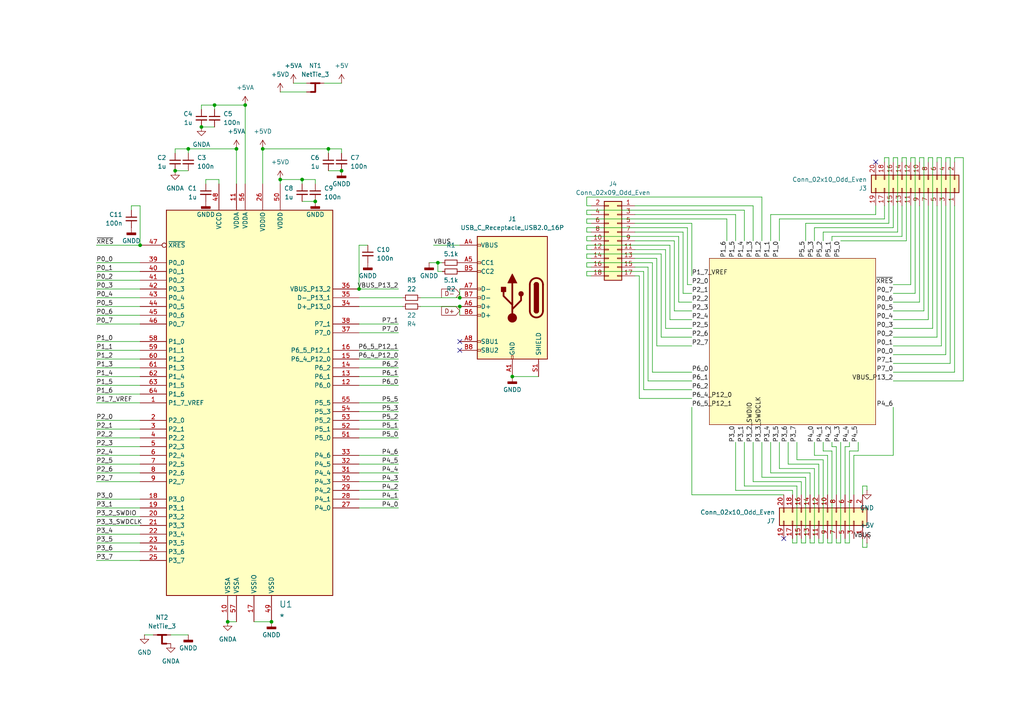
<source format=kicad_sch>
(kicad_sch (version 20231120) (generator "eeschema") (generator_version "8.0")
  (paper "A4")
  (lib_symbols
    (symbol "CY8C4248AZI-L475:CY8C4248AZI-L475"
      (property "Reference" "U" (at 56.388 0 0))
      (property "Value" "*" (at 56.388 -2.54 0))
      (symbol "CY8C4248AZI-L475_1_0"
        (pin bidirectional line (at -7.62 -55.88 0) (length 7.62) (name "P1_7_VREF") (number "1"))
        (pin power_in line (at 17.78 -119.38 90) (length 7.62) (name "VSSA") (number "10"))
        (pin power_in line (at 20.32 7.62 270) (length 7.62) (name "VDDA") (number "11"))
        (pin bidirectional line (at 55.88 -50.8 180) (length 7.62) (name "P6_0") (number "12"))
        (pin bidirectional line (at 55.88 -48.26 180) (length 7.62) (name "P6_1") (number "13"))
        (pin bidirectional line (at 55.88 -45.72 180) (length 7.62) (name "P6_2") (number "14"))
        (pin bidirectional line (at 55.88 -43.18 180) (length 7.62) (name "P6_4_P12_0") (number "15"))
        (pin bidirectional line (at 55.88 -40.64 180) (length 7.62) (name "P6_5_P12_1") (number "16"))
        (pin power_in line (at 25.4 -119.38 90) (length 7.62) (name "VSSIO") (number "17"))
        (pin bidirectional line (at -7.62 -83.82 0) (length 7.62) (name "P3_0") (number "18"))
        (pin bidirectional line (at -7.62 -86.36 0) (length 7.62) (name "P3_1") (number "19"))
        (pin bidirectional line (at -7.62 -60.96 0) (length 7.62) (name "P2_0") (number "2"))
        (pin bidirectional line (at -7.62 -88.9 0) (length 7.62) (name "P3_2") (number "20"))
        (pin bidirectional line (at -7.62 -91.44 0) (length 7.62) (name "P3_3") (number "21"))
        (pin bidirectional line (at -7.62 -93.98 0) (length 7.62) (name "P3_4") (number "22"))
        (pin bidirectional line (at -7.62 -96.52 0) (length 7.62) (name "P3_5") (number "23"))
        (pin bidirectional line (at -7.62 -99.06 0) (length 7.62) (name "P3_6") (number "24"))
        (pin bidirectional line (at -7.62 -101.6 0) (length 7.62) (name "P3_7") (number "25"))
        (pin power_in line (at 27.94 7.62 270) (length 7.62) (name "VDDIO") (number "26"))
        (pin bidirectional line (at 55.88 -86.36 180) (length 7.62) (name "P4_0") (number "27"))
        (pin bidirectional line (at 55.88 -83.82 180) (length 7.62) (name "P4_1") (number "28"))
        (pin bidirectional line (at 55.88 -81.28 180) (length 7.62) (name "P4_2") (number "29"))
        (pin bidirectional line (at -7.62 -63.5 0) (length 7.62) (name "P2_1") (number "3"))
        (pin bidirectional line (at 55.88 -78.74 180) (length 7.62) (name "P4_3") (number "30"))
        (pin bidirectional line (at 55.88 -76.2 180) (length 7.62) (name "P4_4") (number "31"))
        (pin bidirectional line (at 55.88 -73.66 180) (length 7.62) (name "P4_5") (number "32"))
        (pin bidirectional line (at 55.88 -71.12 180) (length 7.62) (name "P4_6") (number "33"))
        (pin bidirectional line (at 55.88 -27.94 180) (length 7.62) (name "D+_P13_0") (number "34"))
        (pin bidirectional line (at 55.88 -25.4 180) (length 7.62) (name "D-_P13_1") (number "35"))
        (pin bidirectional line (at 55.88 -22.86 180) (length 7.62) (name "VBUS_P13_2") (number "36"))
        (pin bidirectional line (at 55.88 -35.56 180) (length 7.62) (name "P7_0") (number "37"))
        (pin bidirectional line (at 55.88 -33.02 180) (length 7.62) (name "P7_1") (number "38"))
        (pin bidirectional line (at -7.62 -15.24 0) (length 7.62) (name "P0_0") (number "39"))
        (pin bidirectional line (at -7.62 -66.04 0) (length 7.62) (name "P2_2") (number "4"))
        (pin bidirectional line (at -7.62 -17.78 0) (length 7.62) (name "P0_1") (number "40"))
        (pin bidirectional line (at -7.62 -20.32 0) (length 7.62) (name "P0_2") (number "41"))
        (pin bidirectional line (at -7.62 -22.86 0) (length 7.62) (name "P0_3") (number "42"))
        (pin bidirectional line (at -7.62 -25.4 0) (length 7.62) (name "P0_4") (number "43"))
        (pin bidirectional line (at -7.62 -27.94 0) (length 7.62) (name "P0_5") (number "44"))
        (pin bidirectional line (at -7.62 -30.48 0) (length 7.62) (name "P0_6") (number "45"))
        (pin bidirectional line (at -7.62 -33.02 0) (length 7.62) (name "P0_7") (number "46"))
        (pin input inverted (at -7.62 -10.16 0) (length 7.62) (name "~{XRES}") (number "47"))
        (pin power_in line (at 15.24 7.62 270) (length 7.62) (name "VCCD") (number "48"))
        (pin power_in line (at 30.48 -119.38 90) (length 7.62) (name "VSSD") (number "49"))
        (pin bidirectional line (at -7.62 -68.58 0) (length 7.62) (name "P2_3") (number "5"))
        (pin power_in line (at 33.02 7.62 270) (length 7.62) (name "VDDD") (number "50"))
        (pin bidirectional line (at 55.88 -66.04 180) (length 7.62) (name "P5_0") (number "51"))
        (pin bidirectional line (at 55.88 -63.5 180) (length 7.62) (name "P5_1") (number "52"))
        (pin bidirectional line (at 55.88 -60.96 180) (length 7.62) (name "P5_2") (number "53"))
        (pin bidirectional line (at 55.88 -58.42 180) (length 7.62) (name "P5_3") (number "54"))
        (pin bidirectional line (at 55.88 -55.88 180) (length 7.62) (name "P5_5") (number "55"))
        (pin power_in line (at 22.86 7.62 270) (length 7.62) (name "VDDA") (number "56"))
        (pin power_in line (at 20.32 -119.38 90) (length 7.62) (name "VSSA") (number "57"))
        (pin bidirectional line (at -7.62 -38.1 0) (length 7.62) (name "P1_0") (number "58"))
        (pin bidirectional line (at -7.62 -40.64 0) (length 7.62) (name "P1_1") (number "59"))
        (pin bidirectional line (at -7.62 -71.12 0) (length 7.62) (name "P2_4") (number "6"))
        (pin bidirectional line (at -7.62 -43.18 0) (length 7.62) (name "P1_2") (number "60"))
        (pin bidirectional line (at -7.62 -45.72 0) (length 7.62) (name "P1_3") (number "61"))
        (pin bidirectional line (at -7.62 -48.26 0) (length 7.62) (name "P1_4") (number "62"))
        (pin bidirectional line (at -7.62 -50.8 0) (length 7.62) (name "P1_5") (number "63"))
        (pin bidirectional line (at -7.62 -53.34 0) (length 7.62) (name "P1_6") (number "64"))
        (pin bidirectional line (at -7.62 -73.66 0) (length 7.62) (name "P2_5") (number "7"))
        (pin bidirectional line (at -7.62 -76.2 0) (length 7.62) (name "P2_6") (number "8"))
        (pin bidirectional line (at -7.62 -78.74 0) (length 7.62) (name "P2_7") (number "9"))
      )
    )
    (symbol "Connector:USB_C_Receptacle_USB2.0_16P" (pin_names (offset 1.016))
      (property "Reference" "J" (at 0 22.225 0))
      (property "Value" "USB_C_Receptacle_USB2.0_16P" (at 0 19.685 0))
      (symbol "USB_C_Receptacle_USB2.0_16P_1_1"
        (pin passive line (at 0 -22.86 90) (length 5.08) (name "GND") (number "A1"))
        (pin passive line (at 0 -22.86 90) (length 5.08) hide (name "GND") (number "A12"))
        (pin passive line (at 15.24 15.24 180) (length 5.08) (name "VBUS") (number "A4"))
        (pin bidirectional line (at 15.24 10.16 180) (length 5.08) (name "CC1") (number "A5"))
        (pin bidirectional line (at 15.24 -2.54 180) (length 5.08) (name "D+") (number "A6"))
        (pin bidirectional line (at 15.24 2.54 180) (length 5.08) (name "D-") (number "A7"))
        (pin bidirectional line (at 15.24 -12.7 180) (length 5.08) (name "SBU1") (number "A8"))
        (pin passive line (at 15.24 15.24 180) (length 5.08) hide (name "VBUS") (number "A9"))
        (pin passive line (at 0 -22.86 90) (length 5.08) hide (name "GND") (number "B1"))
        (pin passive line (at 0 -22.86 90) (length 5.08) hide (name "GND") (number "B12"))
        (pin passive line (at 15.24 15.24 180) (length 5.08) hide (name "VBUS") (number "B4"))
        (pin bidirectional line (at 15.24 7.62 180) (length 5.08) (name "CC2") (number "B5"))
        (pin bidirectional line (at 15.24 -5.08 180) (length 5.08) (name "D+") (number "B6"))
        (pin bidirectional line (at 15.24 0 180) (length 5.08) (name "D-") (number "B7"))
        (pin bidirectional line (at 15.24 -15.24 180) (length 5.08) (name "SBU2") (number "B8"))
        (pin passive line (at 15.24 15.24 180) (length 5.08) hide (name "VBUS") (number "B9"))
        (pin passive line (at -7.62 -22.86 90) (length 5.08) (name "SHIELD") (number "S1"))
      )
    )
    (symbol "Connector_Generic:Conn_02x09_Odd_Even" (pin_names (offset 1.016) hide)
      (property "Reference" "J" (at 1.27 12.7 0))
      (property "Value" "Conn_02x09_Odd_Even" (at 1.27 -12.7 0))
      (symbol "Conn_02x09_Odd_Even_1_1"
        (pin passive line (at -5.08 10.16 0) (length 3.81) (name "Pin_1") (number "1"))
        (pin passive line (at 7.62 0 180) (length 3.81) (name "Pin_10") (number "10"))
        (pin passive line (at -5.08 -2.54 0) (length 3.81) (name "Pin_11") (number "11"))
        (pin passive line (at 7.62 -2.54 180) (length 3.81) (name "Pin_12") (number "12"))
        (pin passive line (at -5.08 -5.08 0) (length 3.81) (name "Pin_13") (number "13"))
        (pin passive line (at 7.62 -5.08 180) (length 3.81) (name "Pin_14") (number "14"))
        (pin passive line (at -5.08 -7.62 0) (length 3.81) (name "Pin_15") (number "15"))
        (pin passive line (at 7.62 -7.62 180) (length 3.81) (name "Pin_16") (number "16"))
        (pin passive line (at -5.08 -10.16 0) (length 3.81) (name "Pin_17") (number "17"))
        (pin passive line (at 7.62 -10.16 180) (length 3.81) (name "Pin_18") (number "18"))
        (pin passive line (at 7.62 10.16 180) (length 3.81) (name "Pin_2") (number "2"))
        (pin passive line (at -5.08 7.62 0) (length 3.81) (name "Pin_3") (number "3"))
        (pin passive line (at 7.62 7.62 180) (length 3.81) (name "Pin_4") (number "4"))
        (pin passive line (at -5.08 5.08 0) (length 3.81) (name "Pin_5") (number "5"))
        (pin passive line (at 7.62 5.08 180) (length 3.81) (name "Pin_6") (number "6"))
        (pin passive line (at -5.08 2.54 0) (length 3.81) (name "Pin_7") (number "7"))
        (pin passive line (at 7.62 2.54 180) (length 3.81) (name "Pin_8") (number "8"))
        (pin passive line (at -5.08 0 0) (length 3.81) (name "Pin_9") (number "9"))
      )
    )
    (symbol "Connector_Generic:Conn_02x10_Odd_Even" (pin_names (offset 1.016) hide)
      (property "Reference" "J" (at 1.27 12.7 0))
      (property "Value" "Conn_02x10_Odd_Even" (at 1.27 -15.24 0))
      (symbol "Conn_02x10_Odd_Even_1_1"
        (pin passive line (at -5.08 10.16 0) (length 3.81) (name "Pin_1") (number "1"))
        (pin passive line (at 7.62 0 180) (length 3.81) (name "Pin_10") (number "10"))
        (pin passive line (at -5.08 -2.54 0) (length 3.81) (name "Pin_11") (number "11"))
        (pin passive line (at 7.62 -2.54 180) (length 3.81) (name "Pin_12") (number "12"))
        (pin passive line (at -5.08 -5.08 0) (length 3.81) (name "Pin_13") (number "13"))
        (pin passive line (at 7.62 -5.08 180) (length 3.81) (name "Pin_14") (number "14"))
        (pin passive line (at -5.08 -7.62 0) (length 3.81) (name "Pin_15") (number "15"))
        (pin passive line (at 7.62 -7.62 180) (length 3.81) (name "Pin_16") (number "16"))
        (pin passive line (at -5.08 -10.16 0) (length 3.81) (name "Pin_17") (number "17"))
        (pin passive line (at 7.62 -10.16 180) (length 3.81) (name "Pin_18") (number "18"))
        (pin passive line (at -5.08 -12.7 0) (length 3.81) (name "Pin_19") (number "19"))
        (pin passive line (at 7.62 10.16 180) (length 3.81) (name "Pin_2") (number "2"))
        (pin passive line (at 7.62 -12.7 180) (length 3.81) (name "Pin_20") (number "20"))
        (pin passive line (at -5.08 7.62 0) (length 3.81) (name "Pin_3") (number "3"))
        (pin passive line (at 7.62 7.62 180) (length 3.81) (name "Pin_4") (number "4"))
        (pin passive line (at -5.08 5.08 0) (length 3.81) (name "Pin_5") (number "5"))
        (pin passive line (at 7.62 5.08 180) (length 3.81) (name "Pin_6") (number "6"))
        (pin passive line (at -5.08 2.54 0) (length 3.81) (name "Pin_7") (number "7"))
        (pin passive line (at 7.62 2.54 180) (length 3.81) (name "Pin_8") (number "8"))
        (pin passive line (at -5.08 0 0) (length 3.81) (name "Pin_9") (number "9"))
      )
    )
    (symbol "Device:C_Small" (pin_numbers hide) (pin_names (offset 0.254) hide)
      (property "Reference" "C" (at 0.254 1.778 0))
      (property "Value" "C_Small" (at 0.254 -2.032 0))
      (symbol "C_Small_1_1"
        (pin passive line (at 0 2.54 270) (length 2.032) (name "~") (number "1"))
        (pin passive line (at 0 -2.54 90) (length 2.032) (name "~") (number "2"))
      )
    )
    (symbol "Device:NetTie_3" (pin_numbers hide) (pin_names (offset 0) hide) (in_bom no)
      (property "Reference" "NT" (at 0 1.27 0))
      (property "Value" "NetTie_3" (at 0 -3.81 0))
      (symbol "NetTie_3_1_1"
        (pin passive line (at -2.54 0 0) (length 2.54) (name "1") (number "1"))
        (pin passive line (at 2.54 0 180) (length 2.54) (name "2") (number "2"))
        (pin passive line (at -2.54 -2.54 0) (length 2.54) (name "3") (number "3"))
      )
    )
    (symbol "Device:R_Small" (pin_numbers hide) (pin_names (offset 0.254) hide)
      (property "Reference" "R" (at 0.762 0.508 0))
      (property "Value" "R_Small" (at 0.762 -1.016 0))
      (symbol "R_Small_1_1"
        (pin passive line (at 0 2.54 270) (length 0.762) (name "~") (number "1"))
        (pin passive line (at 0 -2.54 90) (length 0.762) (name "~") (number "2"))
      )
    )
    (symbol "power:+5V" (power) (pin_numbers hide) (pin_names (offset 0) hide)
      (property "Value" "+5V" (at 0 3.556 0))
      (symbol "+5V_1_1"
        (pin power_in line (at 0 0 90) (length 0) (name "~") (number "1"))
      )
    )
    (symbol "power:+5VA" (power) (pin_numbers hide) (pin_names (offset 0) hide)
      (property "Value" "+5VA" (at 0 3.556 0))
      (symbol "+5VA_1_1"
        (pin power_in line (at 0 0 90) (length 0) (name "~") (number "1"))
      )
    )
    (symbol "power:+5VD" (power) (pin_numbers hide) (pin_names (offset 0) hide)
      (property "Value" "+5VD" (at 0 3.556 0))
      (symbol "+5VD_1_1"
        (pin power_in line (at 0 0 90) (length 0) (name "~") (number "1"))
      )
    )
    (symbol "power:GND" (power) (pin_numbers hide) (pin_names (offset 0) hide)
      (property "Value" "GND" (at 0 -3.81 0))
      (symbol "GND_1_1"
        (pin power_in line (at 0 0 270) (length 0) (name "~") (number "1"))
      )
    )
    (symbol "power:GNDA" (power) (pin_numbers hide) (pin_names (offset 0) hide)
      (property "Value" "GNDA" (at 0 -3.81 0))
      (symbol "GNDA_1_1"
        (pin power_in line (at 0 0 270) (length 0) (name "~") (number "1"))
      )
    )
    (symbol "power:GNDD" (power) (pin_numbers hide) (pin_names (offset 0) hide)
      (property "Value" "GNDD" (at 0 -3.175 0))
      (symbol "GNDD_1_1"
        (pin power_in line (at 0 0 270) (length 0) (name "~") (number "1"))
      )
    )
  )
  (junction (at 99.06 49.53))
  (junction (at 71.12 30.48))
  (junction (at 66.04 180.34))
  (junction (at 81.28 52.07))
  (junction (at 40.64 71.12))
  (junction (at 62.23 30.48))
  (junction (at 87.63 52.07))
  (junction (at 68.58 43.18))
  (junction (at 78.74 180.34))
  (junction (at 148.59 109.22))
  (junction (at 133.35 88.9))
  (junction (at 127 76.2))
  (junction (at 54.61 43.18))
  (junction (at 95.25 43.18))
  (junction (at 58.42 36.83))
  (junction (at 104.14 83.82))
  (junction (at 50.8 49.53))
  (junction (at 133.35 86.36))
  (junction (at 91.44 58.42))
  (junction (at 76.2 43.18))
  (no_connect (at 133.35 99.06))
  (no_connect (at 133.35 101.6))
  (no_connect (at 227.33 156.21))
  (no_connect (at 254 46.99))
  (wire (pts (xy 215.9 128.27) (xy 215.9 140.97)))
  (wire (pts (xy 62.23 30.48) (xy 71.12 30.48)))
  (wire (pts (xy 81.28 26.67) (xy 88.9 26.67)))
  (wire (pts (xy 104.14 124.46) (xy 115.57 124.46)))
  (wire (pts (xy 218.44 128.27) (xy 218.44 139.7)))
  (wire (pts (xy 99.06 43.18) (xy 99.06 44.45)))
  (wire (pts (xy 251.46 140.97) (xy 250.19 140.97)))
  (wire (pts (xy 27.94 93.98) (xy 40.64 93.98)))
  (wire (pts (xy 104.14 96.52) (xy 115.57 96.52)))
  (wire (pts (xy 54.61 43.18) (xy 68.58 43.18)))
  (wire (pts (xy 66.04 180.34) (xy 68.58 180.34)))
  (wire (pts (xy 226.06 63.5) (xy 256.54 63.5)))
  (wire (pts (xy 259.08 66.04) (xy 259.08 59.69)))
  (wire (pts (xy 71.12 30.48) (xy 71.12 53.34)))
  (wire (pts (xy 27.94 147.32) (xy 40.64 147.32)))
  (wire (pts (xy 27.94 157.48) (xy 40.64 157.48)))
  (wire (pts (xy 247.65 132.08) (xy 259.08 132.08)))
  (wire (pts (xy 170.18 76.2) (xy 170.18 77.47)))
  (wire (pts (xy 236.22 66.04) (xy 259.08 66.04)))
  (wire (pts (xy 241.3 128.27) (xy 241.3 129.54)))
  (wire (pts (xy 259.08 82.55) (xy 264.16 82.55)))
  (wire (pts (xy 104.14 83.82) (xy 115.57 83.82)))
  (wire (pts (xy 196.85 68.58) (xy 170.18 68.58)))
  (wire (pts (xy 200.66 95.25) (xy 193.04 95.25)))
  (wire (pts (xy 215.9 69.85) (xy 215.9 60.96)))
  (wire (pts (xy 246.38 157.48) (xy 245.11 157.48)))
  (wire (pts (xy 124.46 76.2) (xy 127 76.2)))
  (wire (pts (xy 49.53 184.15) (xy 54.61 184.15)))
  (wire (pts (xy 170.18 80.01) (xy 171.45 80.01)))
  (wire (pts (xy 63.5 53.34) (xy 63.5 52.07)))
  (wire (pts (xy 170.18 68.58) (xy 170.18 69.85)))
  (wire (pts (xy 251.46 142.24) (xy 251.46 140.97)))
  (wire (pts (xy 237.49 156.21) (xy 237.49 157.48)))
  (wire (pts (xy 104.14 139.7) (xy 115.57 139.7)))
  (wire (pts (xy 241.3 157.48) (xy 240.03 157.48)))
  (wire (pts (xy 104.14 88.9) (xy 116.84 88.9)))
  (wire (pts (xy 191.77 97.79) (xy 191.77 73.66)))
  (wire (pts (xy 238.76 130.81) (xy 241.3 130.81)))
  (wire (pts (xy 200.66 90.17) (xy 195.58 90.17)))
  (wire (pts (xy 27.94 104.14) (xy 40.64 104.14)))
  (wire (pts (xy 76.2 43.18) (xy 76.2 53.34)))
  (wire (pts (xy 27.94 124.46) (xy 40.64 124.46)))
  (wire (pts (xy 226.06 128.27) (xy 226.06 135.89)))
  (wire (pts (xy 273.05 45.72) (xy 271.78 45.72)))
  (wire (pts (xy 200.66 115.57) (xy 185.42 115.57)))
  (wire (pts (xy 237.49 134.62) (xy 237.49 143.51)))
  (wire (pts (xy 264.16 82.55) (xy 264.16 59.69)))
  (wire (pts (xy 223.52 128.27) (xy 223.52 137.16)))
  (wire (pts (xy 198.12 67.31) (xy 184.15 67.31)))
  (wire (pts (xy 269.24 59.69) (xy 269.24 92.71)))
  (wire (pts (xy 246.38 130.81) (xy 246.38 157.48)))
  (wire (pts (xy 231.14 128.27) (xy 231.14 133.35)))
  (wire (pts (xy 246.38 129.54) (xy 245.11 129.54)))
  (wire (pts (xy 232.41 139.7) (xy 232.41 143.51)))
  (wire (pts (xy 259.08 107.95) (xy 276.86 107.95)))
  (wire (pts (xy 27.94 160.02) (xy 40.64 160.02)))
  (wire (pts (xy 27.94 109.22) (xy 40.64 109.22)))
  (wire (pts (xy 170.18 77.47) (xy 171.45 77.47)))
  (wire (pts (xy 267.97 45.72) (xy 266.7 45.72)))
  (wire (pts (xy 238.76 128.27) (xy 238.76 130.81)))
  (wire (pts (xy 238.76 157.48) (xy 237.49 157.48)))
  (wire (pts (xy 27.94 81.28) (xy 40.64 81.28)))
  (wire (pts (xy 199.39 66.04) (xy 170.18 66.04)))
  (wire (pts (xy 195.58 90.17) (xy 195.58 69.85)))
  (wire (pts (xy 266.7 45.72) (xy 266.7 46.99)))
  (wire (pts (xy 213.36 62.23) (xy 184.15 62.23)))
  (wire (pts (xy 185.42 80.01) (xy 184.15 80.01)))
  (wire (pts (xy 200.66 100.33) (xy 190.5 100.33)))
  (wire (pts (xy 106.68 71.12) (xy 104.14 71.12)))
  (wire (pts (xy 104.14 132.08) (xy 115.57 132.08)))
  (wire (pts (xy 189.23 107.95) (xy 189.23 76.2)))
  (wire (pts (xy 104.14 86.36) (xy 116.84 86.36)))
  (wire (pts (xy 233.68 157.48) (xy 232.41 157.48)))
  (wire (pts (xy 251.46 157.48) (xy 251.46 158.75)))
  (wire (pts (xy 170.18 60.96) (xy 170.18 62.23)))
  (wire (pts (xy 259.08 97.79) (xy 271.78 97.79)))
  (wire (pts (xy 267.97 90.17) (xy 267.97 45.72)))
  (wire (pts (xy 104.14 93.98) (xy 115.57 93.98)))
  (wire (pts (xy 234.95 137.16) (xy 234.95 143.51)))
  (wire (pts (xy 275.59 45.72) (xy 274.32 45.72)))
  (wire (pts (xy 38.1 59.69) (xy 38.1 60.96)))
  (wire (pts (xy 95.25 43.18) (xy 95.25 44.45)))
  (wire (pts (xy 200.66 97.79) (xy 191.77 97.79)))
  (wire (pts (xy 200.66 92.71) (xy 194.31 92.71)))
  (wire (pts (xy 91.44 52.07) (xy 91.44 53.34)))
  (wire (pts (xy 223.52 137.16) (xy 234.95 137.16)))
  (wire (pts (xy 27.94 154.94) (xy 40.64 154.94)))
  (wire (pts (xy 248.92 128.27) (xy 248.92 130.81)))
  (wire (pts (xy 27.94 71.12) (xy 40.64 71.12)))
  (wire (pts (xy 59.69 52.07) (xy 59.69 53.34)))
  (wire (pts (xy 104.14 127) (xy 115.57 127)))
  (wire (pts (xy 104.14 134.62) (xy 115.57 134.62)))
  (wire (pts (xy 200.66 64.77) (xy 184.15 64.77)))
  (wire (pts (xy 187.96 110.49) (xy 187.96 77.47)))
  (wire (pts (xy 251.46 158.75) (xy 250.19 158.75)))
  (wire (pts (xy 246.38 128.27) (xy 246.38 129.54)))
  (wire (pts (xy 200.66 118.11) (xy 200.66 143.51)))
  (wire (pts (xy 27.94 114.3) (xy 40.64 114.3)))
  (wire (pts (xy 220.98 138.43) (xy 233.68 138.43)))
  (wire (pts (xy 148.59 109.22) (xy 156.21 109.22)))
  (wire (pts (xy 260.35 67.31) (xy 260.35 45.72)))
  (wire (pts (xy 73.66 180.34) (xy 78.74 180.34)))
  (wire (pts (xy 104.14 109.22) (xy 115.57 109.22)))
  (wire (pts (xy 125.73 71.12) (xy 133.35 71.12)))
  (wire (pts (xy 243.84 128.27) (xy 243.84 157.48)))
  (wire (pts (xy 265.43 85.09) (xy 265.43 45.72)))
  (wire (pts (xy 243.84 69.85) (xy 262.89 69.85)))
  (wire (pts (xy 220.98 57.15) (xy 170.18 57.15)))
  (wire (pts (xy 104.14 119.38) (xy 115.57 119.38)))
  (wire (pts (xy 40.64 59.69) (xy 38.1 59.69)))
  (wire (pts (xy 85.09 24.13) (xy 88.9 24.13)))
  (wire (pts (xy 276.86 107.95) (xy 276.86 59.69)))
  (wire (pts (xy 257.81 45.72) (xy 256.54 45.72)))
  (wire (pts (xy 185.42 115.57) (xy 185.42 80.01)))
  (wire (pts (xy 27.94 111.76) (xy 40.64 111.76)))
  (wire (pts (xy 242.57 156.21) (xy 242.57 157.48)))
  (wire (pts (xy 104.14 106.68) (xy 115.57 106.68)))
  (wire (pts (xy 27.94 121.92) (xy 40.64 121.92)))
  (wire (pts (xy 223.52 69.85) (xy 223.52 62.23)))
  (wire (pts (xy 241.3 130.81) (xy 241.3 157.48)))
  (wire (pts (xy 200.66 143.51) (xy 227.33 143.51)))
  (wire (pts (xy 133.35 88.9) (xy 133.35 91.44)))
  (wire (pts (xy 200.66 82.55) (xy 199.39 82.55)))
  (wire (pts (xy 191.77 73.66) (xy 170.18 73.66)))
  (wire (pts (xy 186.69 78.74) (xy 170.18 78.74)))
  (wire (pts (xy 127 78.74) (xy 128.27 78.74)))
  (wire (pts (xy 187.96 77.47) (xy 184.15 77.47)))
  (wire (pts (xy 256.54 45.72) (xy 256.54 46.99)))
  (wire (pts (xy 210.82 63.5) (xy 170.18 63.5)))
  (wire (pts (xy 240.03 132.08) (xy 240.03 143.51)))
  (wire (pts (xy 231.14 140.97) (xy 231.14 157.48)))
  (wire (pts (xy 27.94 127) (xy 40.64 127)))
  (wire (pts (xy 170.18 66.04) (xy 170.18 67.31)))
  (wire (pts (xy 279.4 110.49) (xy 279.4 45.72)))
  (wire (pts (xy 269.24 45.72) (xy 269.24 46.99)))
  (wire (pts (xy 27.94 116.84) (xy 40.64 116.84)))
  (wire (pts (xy 50.8 43.18) (xy 54.61 43.18)))
  (wire (pts (xy 104.14 104.14) (xy 115.57 104.14)))
  (wire (pts (xy 220.98 69.85) (xy 220.98 57.15)))
  (wire (pts (xy 104.14 111.76) (xy 115.57 111.76)))
  (wire (pts (xy 210.82 69.85) (xy 210.82 63.5)))
  (wire (pts (xy 259.08 105.41) (xy 275.59 105.41)))
  (wire (pts (xy 245.11 129.54) (xy 245.11 143.51)))
  (wire (pts (xy 104.14 71.12) (xy 104.14 83.82)))
  (wire (pts (xy 200.66 85.09) (xy 198.12 85.09)))
  (wire (pts (xy 218.44 139.7) (xy 232.41 139.7)))
  (wire (pts (xy 170.18 67.31) (xy 171.45 67.31)))
  (wire (pts (xy 213.36 142.24) (xy 229.87 142.24)))
  (wire (pts (xy 238.76 69.85) (xy 238.76 67.31)))
  (wire (pts (xy 170.18 73.66) (xy 170.18 74.93)))
  (wire (pts (xy 40.64 71.12) (xy 40.64 59.69)))
  (wire (pts (xy 190.5 74.93) (xy 184.15 74.93)))
  (wire (pts (xy 62.23 30.48) (xy 62.23 31.75)))
  (wire (pts (xy 264.16 45.72) (xy 264.16 46.99)))
  (wire (pts (xy 87.63 52.07) (xy 91.44 52.07)))
  (wire (pts (xy 259.08 92.71) (xy 269.24 92.71)))
  (wire (pts (xy 270.51 95.25) (xy 270.51 45.72)))
  (wire (pts (xy 228.6 128.27) (xy 228.6 134.62)))
  (wire (pts (xy 261.62 68.58) (xy 261.62 59.69)))
  (wire (pts (xy 41.91 184.15) (xy 44.45 184.15)))
  (wire (pts (xy 200.66 113.03) (xy 186.69 113.03)))
  (wire (pts (xy 242.57 129.54) (xy 242.57 143.51)))
  (wire (pts (xy 27.94 76.2) (xy 40.64 76.2)))
  (wire (pts (xy 220.98 128.27) (xy 220.98 138.43)))
  (wire (pts (xy 170.18 71.12) (xy 170.18 72.39)))
  (wire (pts (xy 104.14 101.6) (xy 115.57 101.6)))
  (wire (pts (xy 68.58 53.34) (xy 68.58 43.18)))
  (wire (pts (xy 104.14 116.84) (xy 115.57 116.84)))
  (wire (pts (xy 81.28 52.07) (xy 87.63 52.07)))
  (wire (pts (xy 233.68 64.77) (xy 257.81 64.77)))
  (wire (pts (xy 274.32 45.72) (xy 274.32 46.99)))
  (wire (pts (xy 276.86 45.72) (xy 276.86 46.99)))
  (wire (pts (xy 250.19 140.97) (xy 250.19 143.51)))
  (wire (pts (xy 250.19 156.21) (xy 250.19 158.75)))
  (wire (pts (xy 260.35 45.72) (xy 259.08 45.72)))
  (wire (pts (xy 198.12 85.09) (xy 198.12 67.31)))
  (wire (pts (xy 104.14 144.78) (xy 115.57 144.78)))
  (wire (pts (xy 229.87 157.48) (xy 229.87 156.21)))
  (wire (pts (xy 133.35 83.82) (xy 133.35 86.36)))
  (wire (pts (xy 194.31 92.71) (xy 194.31 71.12)))
  (wire (pts (xy 63.5 52.07) (xy 59.69 52.07)))
  (wire (pts (xy 95.25 43.18) (xy 99.06 43.18)))
  (wire (pts (xy 274.32 102.87) (xy 274.32 59.69)))
  (wire (pts (xy 194.31 71.12) (xy 170.18 71.12)))
  (wire (pts (xy 248.92 130.81) (xy 246.38 130.81)))
  (wire (pts (xy 228.6 134.62) (xy 237.49 134.62)))
  (wire (pts (xy 238.76 133.35) (xy 238.76 157.48)))
  (wire (pts (xy 27.94 139.7) (xy 40.64 139.7)))
  (wire (pts (xy 259.08 102.87) (xy 274.32 102.87)))
  (wire (pts (xy 215.9 60.96) (xy 170.18 60.96)))
  (wire (pts (xy 241.3 68.58) (xy 261.62 68.58)))
  (wire (pts (xy 104.14 142.24) (xy 115.57 142.24)))
  (wire (pts (xy 233.68 138.43) (xy 233.68 157.48)))
  (wire (pts (xy 259.08 90.17) (xy 267.97 90.17)))
  (wire (pts (xy 104.14 121.92) (xy 115.57 121.92)))
  (wire (pts (xy 27.94 132.08) (xy 40.64 132.08)))
  (wire (pts (xy 257.81 64.77) (xy 257.81 45.72)))
  (wire (pts (xy 170.18 64.77) (xy 171.45 64.77)))
  (wire (pts (xy 241.3 69.85) (xy 241.3 68.58)))
  (wire (pts (xy 196.85 87.63) (xy 196.85 68.58)))
  (wire (pts (xy 170.18 63.5) (xy 170.18 64.77)))
  (wire (pts (xy 259.08 87.63) (xy 266.7 87.63)))
  (wire (pts (xy 121.92 88.9) (xy 133.35 88.9)))
  (wire (pts (xy 27.94 86.36) (xy 40.64 86.36)))
  (wire (pts (xy 259.08 95.25) (xy 270.51 95.25)))
  (wire (pts (xy 218.44 59.69) (xy 184.15 59.69)))
  (wire (pts (xy 236.22 135.89) (xy 236.22 157.48)))
  (wire (pts (xy 27.94 106.68) (xy 40.64 106.68)))
  (wire (pts (xy 259.08 100.33) (xy 273.05 100.33)))
  (wire (pts (xy 93.98 24.13) (xy 99.06 24.13)))
  (wire (pts (xy 81.28 53.34) (xy 81.28 52.07)))
  (wire (pts (xy 27.94 149.86) (xy 40.64 149.86)))
  (wire (pts (xy 254 62.23) (xy 254 59.69)))
  (wire (pts (xy 261.62 45.72) (xy 261.62 46.99)))
  (wire (pts (xy 27.94 78.74) (xy 40.64 78.74)))
  (wire (pts (xy 245.11 157.48) (xy 245.11 156.21)))
  (wire (pts (xy 200.66 110.49) (xy 187.96 110.49)))
  (wire (pts (xy 27.94 162.56) (xy 40.64 162.56)))
  (wire (pts (xy 240.03 156.21) (xy 240.03 157.48)))
  (wire (pts (xy 27.94 99.06) (xy 40.64 99.06)))
  (wire (pts (xy 223.52 62.23) (xy 254 62.23)))
  (wire (pts (xy 170.18 74.93) (xy 171.45 74.93)))
  (wire (pts (xy 241.3 129.54) (xy 242.57 129.54)))
  (wire (pts (xy 27.94 144.78) (xy 40.64 144.78)))
  (wire (pts (xy 262.89 45.72) (xy 261.62 45.72)))
  (wire (pts (xy 232.41 157.48) (xy 232.41 156.21)))
  (wire (pts (xy 170.18 59.69) (xy 171.45 59.69)))
  (wire (pts (xy 27.94 91.44) (xy 40.64 91.44)))
  (wire (pts (xy 27.94 88.9) (xy 40.64 88.9)))
  (wire (pts (xy 87.63 52.07) (xy 87.63 53.34)))
  (wire (pts (xy 262.89 69.85) (xy 262.89 45.72)))
  (wire (pts (xy 243.84 157.48) (xy 242.57 157.48)))
  (wire (pts (xy 104.14 147.32) (xy 115.57 147.32)))
  (wire (pts (xy 128.27 76.2) (xy 127 76.2)))
  (wire (pts (xy 58.42 36.83) (xy 62.23 36.83)))
  (wire (pts (xy 121.92 86.36) (xy 133.35 86.36)))
  (wire (pts (xy 54.61 43.18) (xy 54.61 44.45)))
  (wire (pts (xy 58.42 30.48) (xy 62.23 30.48)))
  (wire (pts (xy 200.66 87.63) (xy 196.85 87.63)))
  (wire (pts (xy 229.87 142.24) (xy 229.87 143.51)))
  (wire (pts (xy 58.42 31.75) (xy 58.42 30.48)))
  (wire (pts (xy 236.22 132.08) (xy 240.03 132.08)))
  (wire (pts (xy 226.06 135.89) (xy 236.22 135.89)))
  (wire (pts (xy 170.18 57.15) (xy 170.18 59.69)))
  (wire (pts (xy 95.25 49.53) (xy 99.06 49.53)))
  (wire (pts (xy 50.8 49.53) (xy 54.61 49.53)))
  (wire (pts (xy 193.04 72.39) (xy 184.15 72.39)))
  (wire (pts (xy 234.95 157.48) (xy 234.95 156.21)))
  (wire (pts (xy 275.59 105.41) (xy 275.59 45.72)))
  (wire (pts (xy 104.14 137.16) (xy 115.57 137.16)))
  (wire (pts (xy 200.66 80.01) (xy 200.66 64.77)))
  (wire (pts (xy 27.94 83.82) (xy 40.64 83.82)))
  (wire (pts (xy 213.36 69.85) (xy 213.36 62.23)))
  (wire (pts (xy 170.18 78.74) (xy 170.18 80.01)))
  (wire (pts (xy 170.18 72.39) (xy 171.45 72.39)))
  (wire (pts (xy 273.05 100.33) (xy 273.05 45.72)))
  (wire (pts (xy 27.94 101.6) (xy 40.64 101.6)))
  (wire (pts (xy 226.06 69.85) (xy 226.06 63.5)))
  (wire (pts (xy 247.65 132.08) (xy 247.65 143.51)))
  (wire (pts (xy 259.08 118.11) (xy 259.08 132.08)))
  (wire (pts (xy 238.76 67.31) (xy 260.35 67.31)))
  (wire (pts (xy 233.68 69.85) (xy 233.68 64.77)))
  (wire (pts (xy 215.9 140.97) (xy 231.14 140.97)))
  (wire (pts (xy 231.14 133.35) (xy 238.76 133.35)))
  (wire (pts (xy 236.22 128.27) (xy 236.22 132.08)))
  (wire (pts (xy 170.18 69.85) (xy 171.45 69.85)))
  (wire (pts (xy 200.66 107.95) (xy 189.23 107.95)))
  (wire (pts (xy 256.54 63.5) (xy 256.54 59.69)))
  (wire (pts (xy 27.94 129.54) (xy 40.64 129.54)))
  (wire (pts (xy 259.08 45.72) (xy 259.08 46.99)))
  (wire (pts (xy 27.94 152.4) (xy 40.64 152.4)))
  (wire (pts (xy 27.94 137.16) (xy 40.64 137.16)))
  (wire (pts (xy 271.78 45.72) (xy 271.78 46.99)))
  (wire (pts (xy 186.69 113.03) (xy 186.69 78.74)))
  (wire (pts (xy 265.43 45.72) (xy 264.16 45.72)))
  (wire (pts (xy 189.23 76.2) (xy 170.18 76.2)))
  (wire (pts (xy 190.5 100.33) (xy 190.5 74.93)))
  (wire (pts (xy 259.08 110.49) (xy 279.4 110.49)))
  (wire (pts (xy 76.2 43.18) (xy 95.25 43.18)))
  (wire (pts (xy 279.4 45.72) (xy 276.86 45.72)))
  (wire (pts (xy 50.8 43.18) (xy 50.8 44.45)))
  (wire (pts (xy 195.58 69.85) (xy 184.15 69.85)))
  (wire (pts (xy 271.78 59.69) (xy 271.78 97.79)))
  (wire (pts (xy 270.51 45.72) (xy 269.24 45.72)))
  (wire (pts (xy 236.22 69.85) (xy 236.22 66.04)))
  (wire (pts (xy 259.08 85.09) (xy 265.43 85.09)))
  (wire (pts (xy 236.22 157.48) (xy 234.95 157.48)))
  (wire (pts (xy 218.44 69.85) (xy 218.44 59.69)))
  (wire (pts (xy 266.7 59.69) (xy 266.7 87.63)))
  (wire (pts (xy 231.14 157.48) (xy 229.87 157.48)))
  (wire (pts (xy 213.36 128.27) (xy 213.36 142.24)))
  (wire (pts (xy 193.04 95.25) (xy 193.04 72.39)))
  (wire (pts (xy 87.63 58.42) (xy 91.44 58.42)))
  (wire (pts (xy 199.39 82.55) (xy 199.39 66.04)))
  (wire (pts (xy 27.94 134.62) (xy 40.64 134.62)))
  (wire (pts (xy 127 76.2) (xy 127 78.74)))
  (wire (pts (xy 170.18 62.23) (xy 171.45 62.23)))
  (rectangle (start 205.74 74.93) (end 254 123.19) (stroke (width 0) (color 132 0 0 1)) (fill (type color) (color 255 255 194 1)))
  (label "P5_3" (at 236.22 69.85 270))
  (label "P0_1" (at 259.08 100.33 180))
  (label "P3_5" (at 226.06 128.27 90))
  (label "P1_5" (at 27.94 111.76 0))
  (label "P3_1" (at 215.9 128.27 90))
  (label "P4_1" (at 115.57 144.78 180))
  (label "P2_1" (at 27.94 124.46 0))
  (label "P4_1" (at 238.76 128.27 90))
  (label "P7_1" (at 259.08 105.41 180))
  (label "P1_6" (at 27.94 114.3 0))
  (label "P3_1" (at 27.94 147.32 0))
  (label "P1_3" (at 27.94 106.68 0))
  (label "P1_3" (at 218.44 69.85 270))
  (label "P3_3_SWDCLK" (at 27.94 152.4 0))
  (label "P0_6" (at 259.08 87.63 180))
  (label "P6_0" (at 200.66 107.95 0))
  (label "P2_0" (at 27.94 121.92 0))
  (label "P7_0" (at 259.08 107.95 180))
  (label "P6_5_P12_1" (at 200.66 118.11 0))
  (label "P0_5" (at 27.94 88.9 0))
  (label "P4_5" (at 115.57 134.62 180))
  (label "P4_2" (at 241.3 128.27 90))
  (label "P0_7" (at 259.08 85.09 180))
  (label "P4_6" (at 115.57 132.08 180))
  (label "P1_7_VREF" (at 27.94 116.84 0))
  (label "P4_4" (at 115.57 137.16 180))
  (label "P0_4" (at 259.08 92.71 180))
  (label "P2_2" (at 27.94 127 0))
  (label "P2_4" (at 27.94 132.08 0))
  (label "P3_6" (at 27.94 160.02 0))
  (label "P0_0" (at 259.08 102.87 180))
  (label "P2_1" (at 200.66 85.09 0))
  (label "P5_0" (at 243.84 69.85 270))
  (label "P1_0" (at 226.06 69.85 270))
  (label "P5_3" (at 115.57 119.38 180))
  (label "P7_1" (at 115.57 93.98 180))
  (label "P4_0" (at 236.22 128.27 90))
  (label "P4_4" (at 246.38 128.27 90))
  (label "P5_5" (at 233.68 69.85 270))
  (label "P2_6" (at 200.66 97.79 0))
  (label "~{XRES}" (at 27.94 71.12 0))
  (label "VBUS_P13_2" (at 259.08 110.49 180))
  (label "P2_5" (at 27.94 134.62 0))
  (label "P5_1" (at 241.3 69.85 270))
  (label "P1_1" (at 223.52 69.85 270))
  (label "P2_4" (at 200.66 92.71 0))
  (label "P3_2_SWDIO" (at 218.44 128.27 90))
  (label "P3_6" (at 228.6 128.27 90))
  (label "P1_4" (at 215.9 69.85 270))
  (label "P1_1" (at 27.94 101.6 0))
  (label "P3_3_SWDCLK" (at 220.98 128.27 90))
  (label "P3_7" (at 231.14 128.27 90))
  (label "P0_3" (at 27.94 83.82 0))
  (label "P3_5" (at 27.94 157.48 0))
  (label "P5_5" (at 115.57 116.84 180))
  (label "P0_1" (at 27.94 78.74 0))
  (label "P0_3" (at 259.08 95.25 180))
  (label "P1_4" (at 27.94 109.22 0))
  (label "P1_2" (at 220.98 69.85 270))
  (label "P1_0" (at 27.94 99.06 0))
  (label "P6_2" (at 200.66 113.03 0))
  (label "P1_7_VREF" (at 200.66 80.01 0))
  (label "P6_2" (at 115.57 106.68 180))
  (label "P0_5" (at 259.08 90.17 180))
  (label "P4_2" (at 115.57 142.24 180))
  (label "P6_0" (at 115.57 111.76 180))
  (label "P4_5" (at 248.92 128.27 90))
  (label "P6_5_P12_1" (at 115.57 101.6 180))
  (label "VBUS_P13_2" (at 115.57 83.82 180))
  (label "P2_3" (at 27.94 129.54 0))
  (label "P0_2" (at 27.94 81.28 0))
  (label "P0_4" (at 27.94 86.36 0))
  (label "P7_0" (at 115.57 96.52 180))
  (label "P5_0" (at 115.57 127 180))
  (label "P0_7" (at 27.94 93.98 0))
  (label "P6_1" (at 200.66 110.49 0))
  (label "P4_6" (at 259.08 118.11 180))
  (label "P5_1" (at 115.57 124.46 180))
  (label "P4_3" (at 115.57 139.7 180))
  (label "P2_3" (at 200.66 90.17 0))
  (label "P6_4_P12_0" (at 115.57 104.14 180))
  (label "P3_0" (at 213.36 128.27 90))
  (label "P2_5" (at 200.66 95.25 0))
  (label "P3_4" (at 223.52 128.27 90))
  (label "P2_7" (at 200.66 100.33 0))
  (label "~{XRES}" (at 259.08 82.55 180))
  (label "P0_0" (at 27.94 76.2 0))
  (label "P4_0" (at 115.57 147.32 180))
  (label "P5_2" (at 115.57 121.92 180))
  (label "VBUS" (at 247.65 156.21 0))
  (label "P6_1" (at 115.57 109.22 180))
  (label "P3_7" (at 27.94 162.56 0))
  (label "VBUS" (at 125.73 71.12 0))
  (label "P2_2" (at 200.66 87.63 0))
  (label "P0_2" (at 259.08 97.79 180))
  (label "P6_4_P12_0" (at 200.66 115.57 0))
  (label "P1_5" (at 213.36 69.85 270))
  (label "P2_0" (at 200.66 82.55 0))
  (label "P2_7" (at 27.94 139.7 0))
  (label "P3_4" (at 27.94 154.94 0))
  (label "P3_0" (at 27.94 144.78 0))
  (label "P1_2" (at 27.94 104.14 0))
  (label "P3_2_SWDIO" (at 27.94 149.86 0))
  (label "P5_2" (at 238.76 69.85 270))
  (label "P0_6" (at 27.94 91.44 0))
  (label "P4_3" (at 243.84 128.27 90))
  (label "P1_6" (at 210.82 69.85 270))
  (label "P2_6" (at 27.94 137.16 0))
  (global_label "D-" (shape input) (at 133.35 85.09 180) (property "Intersheetrefs" "${INTERSHEET_REFS}" (effects (hide yes))))
  (global_label "D+" (shape input) (at 133.35 90.17 180) (property "Intersheetrefs" "${INTERSHEET_REFS}" (effects (hide yes))))
  (symbol (lib_id "Device:C_Small") (at 91.44 55.88 0) (unit 1)
    (property "Reference" "C9" (at 93.98 54.6162 0) (effects (justify left)))
    (property "Value" "100n" (at 93.98 57.1562 0) (effects (justify left)))
    (property "Footprint" "Capacitor_SMD:C_0603_1608Metric" (effects (hide yes)))
    (property "Description" "Unpolarized capacitor, small symbol" (effects (hide yes)))
  )
  (symbol (lib_id "power:GNDD") (at 38.1 66.04 0) (unit 1)
    (property "Reference" "#PWR019" (effects (hide yes)))
    (property "Value" "GNDD" (at 38.1 69.85 0))
    (property "Description" "Power symbol creates a global label with name \"GNDD\" , digital ground" (effects (hide yes)))
  )
  (symbol (lib_id "power:GNDD") (at 99.06 49.53 0) (unit 1)
    (property "Reference" "#PWR05" (effects (hide yes)))
    (property "Value" "GNDD" (at 99.06 53.34 0))
    (property "Description" "Power symbol creates a global label with name \"GNDD\" , digital ground" (effects (hide yes)))
  )
  (symbol (lib_id "power:GNDD") (at 54.61 184.15 0) (unit 1)
    (property "Reference" "#PWR016" (effects (hide yes)))
    (property "Value" "GNDD" (at 54.61 187.96 0))
    (property "Description" "Power symbol creates a global label with name \"GNDD\" , digital ground" (effects (hide yes)))
  )
  (symbol (lib_id "Device:C_Small") (at 38.1 63.5 0) (mirror y) (unit 1)
    (property "Reference" "C11" (at 35.56 62.2362 0) (effects (justify left)))
    (property "Value" "100n" (at 35.56 64.7762 0) (effects (justify left)))
    (property "Footprint" "Capacitor_SMD:C_0603_1608Metric" (effects (hide yes)))
    (property "Description" "Unpolarized capacitor, small symbol" (effects (hide yes)))
  )
  (symbol (lib_id "Device:C_Small") (at 106.68 73.66 0) (unit 1)
    (property "Reference" "C10" (at 109.22 72.3962 0) (effects (justify left)))
    (property "Value" "100n" (at 109.22 74.9362 0) (effects (justify left)))
    (property "Footprint" "Capacitor_SMD:C_0603_1608Metric" (effects (hide yes)))
    (property "Description" "Unpolarized capacitor, small symbol" (effects (hide yes)))
  )
  (symbol (lib_id "Device:C_Small") (at 99.06 46.99 0) (unit 1)
    (property "Reference" "C7" (at 101.6 45.7262 0) (effects (justify left)))
    (property "Value" "100n" (at 101.6 48.2662 0) (effects (justify left)))
    (property "Footprint" "Capacitor_SMD:C_0603_1608Metric" (effects (hide yes)))
    (property "Description" "Unpolarized capacitor, small symbol" (effects (hide yes)))
  )
  (symbol (lib_id "power:+5VA") (at 71.12 30.48 0) (unit 1)
    (property "Reference" "#PWR08" (effects (hide yes)))
    (property "Value" "+5VA" (at 71.12 25.4 0))
    (property "Description" "Power symbol creates a global label with name \"+5VA\"" (effects (hide yes)))
  )
  (symbol (lib_id "power:GNDA") (at 50.8 49.53 0) (unit 1)
    (property "Reference" "#PWR02" (effects (hide yes)))
    (property "Value" "GNDA" (at 50.8 54.61 0))
    (property "Description" "Power symbol creates a global label with name \"GNDA\" , analog ground" (effects (hide yes)))
  )
  (symbol (lib_id "power:GNDD") (at 106.68 76.2 0) (unit 1)
    (property "Reference" "#PWR018" (effects (hide yes)))
    (property "Value" "GNDD" (at 106.68 80.01 0))
    (property "Description" "Power symbol creates a global label with name \"GNDD\" , digital ground" (effects (hide yes)))
  )
  (symbol (lib_id "Device:C_Small") (at 62.23 34.29 0) (unit 1)
    (property "Reference" "C5" (at 64.77 33.0262 0) (effects (justify left)))
    (property "Value" "100n" (at 64.77 35.5662 0) (effects (justify left)))
    (property "Footprint" "Capacitor_SMD:C_0603_1608Metric" (effects (hide yes)))
    (property "Description" "Unpolarized capacitor, small symbol" (effects (hide yes)))
  )
  (symbol (lib_id "Device:R_Small") (at 130.81 76.2 90) (unit 1)
    (property "Reference" "R1" (at 130.81 71.12 90))
    (property "Value" "5.1k" (at 130.81 73.66 90))
    (property "Footprint" "Resistor_SMD:R_0603_1608Metric" (effects (hide yes)))
    (property "Description" "Resistor, small symbol" (effects (hide yes)))
  )
  (symbol (lib_id "power:+5VD") (at 76.2 43.18 0) (unit 1)
    (property "Reference" "#PWR010" (effects (hide yes)))
    (property "Value" "+5VD" (at 76.2 38.1 0))
    (property "Description" "Power symbol creates a global label with name \"+5VD\"" (effects (hide yes)))
  )
  (symbol (lib_id "Device:C_Small") (at 59.69 55.88 0) (mirror y) (unit 1)
    (property "Reference" "C1" (at 57.15 54.6162 0) (effects (justify left)))
    (property "Value" "1u" (at 57.15 57.1562 0) (effects (justify left)))
    (property "Footprint" "Capacitor_SMD:C_0603_1608Metric" (effects (hide yes)))
    (property "Description" "Unpolarized capacitor, small symbol" (effects (hide yes)))
  )
  (symbol (lib_id "Device:C_Small") (at 54.61 46.99 0) (unit 1)
    (property "Reference" "C3" (at 57.15 45.7262 0) (effects (justify left)))
    (property "Value" "100n" (at 57.15 48.2662 0) (effects (justify left)))
    (property "Footprint" "Capacitor_SMD:C_0603_1608Metric" (effects (hide yes)))
    (property "Description" "Unpolarized capacitor, small symbol" (effects (hide yes)))
  )
  (symbol (lib_id "Connector_Generic:Conn_02x09_Odd_Even") (at 179.07 69.85 0) (mirror y) (unit 1)
    (property "Reference" "J4" (at 177.8 53.34 0))
    (property "Value" "Conn_02x09_Odd_Even" (at 177.8 55.88 0))
    (property "Footprint" "Connector_PinSocket_2.54mm:PinSocket_2x09_P2.54mm_Vertical" (effects (hide yes)))
    (property "Description" "Generic connector, double row, 02x09, odd/even pin numbering scheme (row 1 odd numbers, row 2 even numbers), script generated (kicad-library-utils/schlib/autogen/connector/)" (effects (hide yes)))
  )
  (symbol (lib_id "power:GNDD") (at 148.59 109.22 0) (unit 1)
    (property "Reference" "#PWR020" (effects (hide yes)))
    (property "Value" "GNDD" (at 148.59 113.03 0))
    (property "Description" "Power symbol creates a global label with name \"GNDD\" , digital ground" (effects (hide yes)))
  )
  (symbol (lib_id "Device:NetTie_3") (at 46.99 184.15 0) (mirror y) (unit 1) (in_bom no)
    (property "Reference" "NT2" (at 46.99 179.07 0))
    (property "Value" "NetTie_3" (at 46.99 181.61 0))
    (property "Footprint" "NetTie:NetTie-3_SMD_Pad0.5mm" (effects (hide yes)))
    (property "Description" "Net tie, 3 pins" (effects (hide yes)))
  )
  (symbol (lib_id "power:+5V") (at 251.46 157.48 0) (unit 1)
    (property "Reference" "#PWR022" (effects (hide yes)))
    (property "Value" "+5V" (at 251.46 152.4 0))
    (property "Description" "Power symbol creates a global label with name \"+5V\"" (effects (hide yes)))
  )
  (symbol (lib_id "power:+5V") (at 99.06 24.13 0) (unit 1)
    (property "Reference" "#PWR014" (effects (hide yes)))
    (property "Value" "+5V" (at 99.06 19.05 0))
    (property "Description" "Power symbol creates a global label with name \"+5V\"" (effects (hide yes)))
  )
  (symbol (lib_id "power:+5VA") (at 68.58 43.18 0) (unit 1)
    (property "Reference" "#PWR09" (effects (hide yes)))
    (property "Value" "+5VA" (at 68.58 38.1 0))
    (property "Description" "Power symbol creates a global label with name \"+5VA\"" (effects (hide yes)))
  )
  (symbol (lib_id "Device:NetTie_3") (at 91.44 24.13 0) (unit 1) (in_bom no)
    (property "Reference" "NT1" (at 91.44 19.05 0))
    (property "Value" "NetTie_3" (at 91.44 21.59 0))
    (property "Footprint" "NetTie:NetTie-3_SMD_Pad0.5mm" (effects (hide yes)))
    (property "Description" "Net tie, 3 pins" (effects (hide yes)))
  )
  (symbol (lib_id "CY8C4248AZI-L475:CY8C4248AZI-L475") (at 48.26 60.96 0) (unit 1)
    (property "Reference" "U1" (at 80.9341 175.26 0) (effects (font (size 1.8288 1.8288)) (justify left)))
    (property "Value" "*" (at 80.9341 179.07 0) (effects (font (size 1.8288 1.8288)) (justify left)))
    (property "Footprint" "CY8C4248AZI-L475:TQFP50P1200X1200X160-64N" (effects (hide yes)))
    (property "Part_Number" "CY8C4248AZI-L475" (effects (hide yes)))
  )
  (symbol (lib_id "power:GND") (at 41.91 184.15 0) (unit 1)
    (property "Reference" "#PWR017" (effects (hide yes)))
    (property "Value" "GND" (at 41.91 189.23 0))
    (property "Description" "Power symbol creates a global label with name \"GND\" , ground" (effects (hide yes)))
  )
  (symbol (lib_id "power:GND") (at 251.46 142.24 0) (unit 1)
    (property "Reference" "#PWR023" (effects (hide yes)))
    (property "Value" "GND" (at 251.46 147.32 0))
    (property "Description" "Power symbol creates a global label with name \"GND\" , ground" (effects (hide yes)))
  )
  (symbol (lib_id "Device:C_Small") (at 58.42 34.29 0) (mirror y) (unit 1)
    (property "Reference" "C4" (at 55.88 33.0262 0) (effects (justify left)))
    (property "Value" "1u" (at 55.88 35.5662 0) (effects (justify left)))
    (property "Footprint" "Capacitor_SMD:C_0603_1608Metric" (effects (hide yes)))
    (property "Description" "Unpolarized capacitor, small symbol" (effects (hide yes)))
  )
  (symbol (lib_id "Connector:USB_C_Receptacle_USB2.0_16P") (at 148.59 86.36 0) (mirror y) (unit 1)
    (property "Reference" "J1" (at 148.59 63.5 0))
    (property "Value" "USB_C_Receptacle_USB2.0_16P" (at 148.59 66.04 0))
    (property "Footprint" "Connector_USB:USB_C_Receptacle_HRO_TYPE-C-31-M-12" (effects (hide yes)))
    (property "Datasheet" "https://www.usb.org/sites/default/files/documents/usb_type-c.zip" (effects (hide yes)))
    (property "Description" "USB 2.0-only 16P Type-C Receptacle connector" (effects (hide yes)))
  )
  (symbol (lib_id "Device:C_Small") (at 87.63 55.88 0) (mirror y) (unit 1)
    (property "Reference" "C8" (at 85.09 54.6162 0) (effects (justify left)))
    (property "Value" "1u" (at 85.09 57.1562 0) (effects (justify left)))
    (property "Footprint" "Capacitor_SMD:C_0603_1608Metric" (effects (hide yes)))
    (property "Description" "Unpolarized capacitor, small symbol" (effects (hide yes)))
  )
  (symbol (lib_id "Device:R_Small") (at 119.38 86.36 90) (unit 1)
    (property "Reference" "R3" (at 119.38 81.28 90))
    (property "Value" "22" (at 119.38 83.82 90))
    (property "Footprint" "Resistor_SMD:R_0603_1608Metric" (effects (hide yes)))
    (property "Description" "Resistor, small symbol" (effects (hide yes)))
  )
  (symbol (lib_id "Device:R_Small") (at 130.81 78.74 90) (mirror x) (unit 1)
    (property "Reference" "R2" (at 130.81 83.82 90))
    (property "Value" "5.1k" (at 130.81 81.28 90))
    (property "Footprint" "Resistor_SMD:R_0603_1608Metric" (effects (hide yes)))
    (property "Description" "Resistor, small symbol" (effects (hide yes)))
  )
  (symbol (lib_id "Connector_Generic:Conn_02x10_Odd_Even") (at 266.7 54.61 270) (mirror x) (unit 1)
    (property "Reference" "J3" (at 251.46 54.6101 90) (effects (justify right)))
    (property "Value" "Conn_02x10_Odd_Even" (at 251.46 52.0701 90) (effects (justify right)))
    (property "Footprint" "Connector_PinSocket_2.54mm:PinSocket_2x10_P2.54mm_Vertical" (effects (hide yes)))
    (property "Description" "Generic connector, double row, 02x10, odd/even pin numbering scheme (row 1 odd numbers, row 2 even numbers), script generated (kicad-library-utils/schlib/autogen/connector/)" (effects (hide yes)))
  )
  (symbol (lib_id "power:GNDD") (at 78.74 180.34 0) (unit 1)
    (property "Reference" "#PWR07" (effects (hide yes)))
    (property "Value" "GNDD" (at 78.74 184.15 0))
    (property "Description" "Power symbol creates a global label with name \"GNDD\" , digital ground" (effects (hide yes)))
  )
  (symbol (lib_id "power:GNDA") (at 66.04 180.34 0) (unit 1)
    (property "Reference" "#PWR06" (effects (hide yes)))
    (property "Value" "GNDA" (at 66.04 185.42 0))
    (property "Description" "Power symbol creates a global label with name \"GNDA\" , analog ground" (effects (hide yes)))
  )
  (symbol (lib_id "power:GNDD") (at 124.46 76.2 0) (unit 1)
    (property "Reference" "#PWR021" (effects (hide yes)))
    (property "Value" "GNDD" (at 124.46 80.01 0))
    (property "Description" "Power symbol creates a global label with name \"GNDD\" , digital ground" (effects (hide yes)))
  )
  (symbol (lib_id "power:+5VD") (at 81.28 52.07 0) (unit 1)
    (property "Reference" "#PWR011" (effects (hide yes)))
    (property "Value" "+5VD" (at 81.28 46.99 0))
    (property "Description" "Power symbol creates a global label with name \"+5VD\"" (effects (hide yes)))
  )
  (symbol (lib_id "power:GNDD") (at 59.69 58.42 0) (unit 1)
    (property "Reference" "#PWR01" (effects (hide yes)))
    (property "Value" "GNDD" (at 59.69 62.23 0))
    (property "Description" "Power symbol creates a global label with name \"GNDD\" , digital ground" (effects (hide yes)))
  )
  (symbol (lib_id "power:GNDA") (at 58.42 36.83 0) (unit 1)
    (property "Reference" "#PWR03" (effects (hide yes)))
    (property "Value" "GNDA" (at 58.42 41.91 0))
    (property "Description" "Power symbol creates a global label with name \"GNDA\" , analog ground" (effects (hide yes)))
  )
  (symbol (lib_id "Connector_Generic:Conn_02x10_Odd_Even") (at 240.03 151.13 270) (mirror x) (unit 1)
    (property "Reference" "J7" (at 224.79 151.1301 90) (effects (justify right)))
    (property "Value" "Conn_02x10_Odd_Even" (at 224.79 148.5901 90) (effects (justify right)))
    (property "Footprint" "Connector_PinSocket_2.54mm:PinSocket_2x10_P2.54mm_Vertical" (effects (hide yes)))
    (property "Description" "Generic connector, double row, 02x10, odd/even pin numbering scheme (row 1 odd numbers, row 2 even numbers), script generated (kicad-library-utils/schlib/autogen/connector/)" (effects (hide yes)))
  )
  (symbol (lib_id "power:GNDD") (at 91.44 58.42 0) (unit 1)
    (property "Reference" "#PWR04" (effects (hide yes)))
    (property "Value" "GNDD" (at 91.44 62.23 0))
    (property "Description" "Power symbol creates a global label with name \"GNDD\" , digital ground" (effects (hide yes)))
  )
  (symbol (lib_id "Device:C_Small") (at 50.8 46.99 0) (mirror y) (unit 1)
    (property "Reference" "C2" (at 48.26 45.7262 0) (effects (justify left)))
    (property "Value" "1u" (at 48.26 48.2662 0) (effects (justify left)))
    (property "Footprint" "Capacitor_SMD:C_0603_1608Metric" (effects (hide yes)))
    (property "Description" "Unpolarized capacitor, small symbol" (effects (hide yes)))
  )
  (symbol (lib_id "power:+5VD") (at 81.28 26.67 0) (unit 1)
    (property "Reference" "#PWR013" (effects (hide yes)))
    (property "Value" "+5VD" (at 81.28 21.59 0))
    (property "Description" "Power symbol creates a global label with name \"+5VD\"" (effects (hide yes)))
  )
  (symbol (lib_id "Device:C_Small") (at 95.25 46.99 0) (mirror y) (unit 1)
    (property "Reference" "C6" (at 92.71 45.7262 0) (effects (justify left)))
    (property "Value" "1u" (at 92.71 48.2662 0) (effects (justify left)))
    (property "Footprint" "Capacitor_SMD:C_0603_1608Metric" (effects (hide yes)))
    (property "Description" "Unpolarized capacitor, small symbol" (effects (hide yes)))
  )
  (symbol (lib_id "power:GNDA") (at 49.53 186.69 0) (unit 1)
    (property "Reference" "#PWR015" (effects (hide yes)))
    (property "Value" "GNDA" (at 49.53 191.77 0))
    (property "Description" "Power symbol creates a global label with name \"GNDA\" , analog ground" (effects (hide yes)))
  )
  (symbol (lib_id "power:+5VA") (at 85.09 24.13 0) (unit 1)
    (property "Reference" "#PWR012" (effects (hide yes)))
    (property "Value" "+5VA" (at 85.09 19.05 0))
    (property "Description" "Power symbol creates a global label with name \"+5VA\"" (effects (hide yes)))
  )
  (symbol (lib_id "Device:R_Small") (at 119.38 88.9 90) (mirror x) (unit 1)
    (property "Reference" "R4" (at 119.38 93.98 90))
    (property "Value" "22" (at 119.38 91.44 90))
    (property "Footprint" "Resistor_SMD:R_0603_1608Metric" (effects (hide yes)))
    (property "Description" "Resistor, small symbol" (effects (hide yes)))
  )
)
</source>
